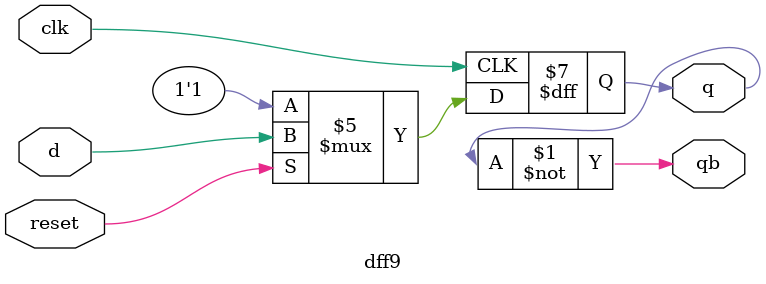
<source format=v>
module dff9 (
  input  d    ,
  input  clk  ,
  input  reset,
  output q    ,
  output qb
);

  reg q;

  assign qb = ~q;

  always @(posedge clk)
    if (~reset)
      q <= 1'b1; // Active high-reset
    else
      q <= d;

endmodule


</source>
